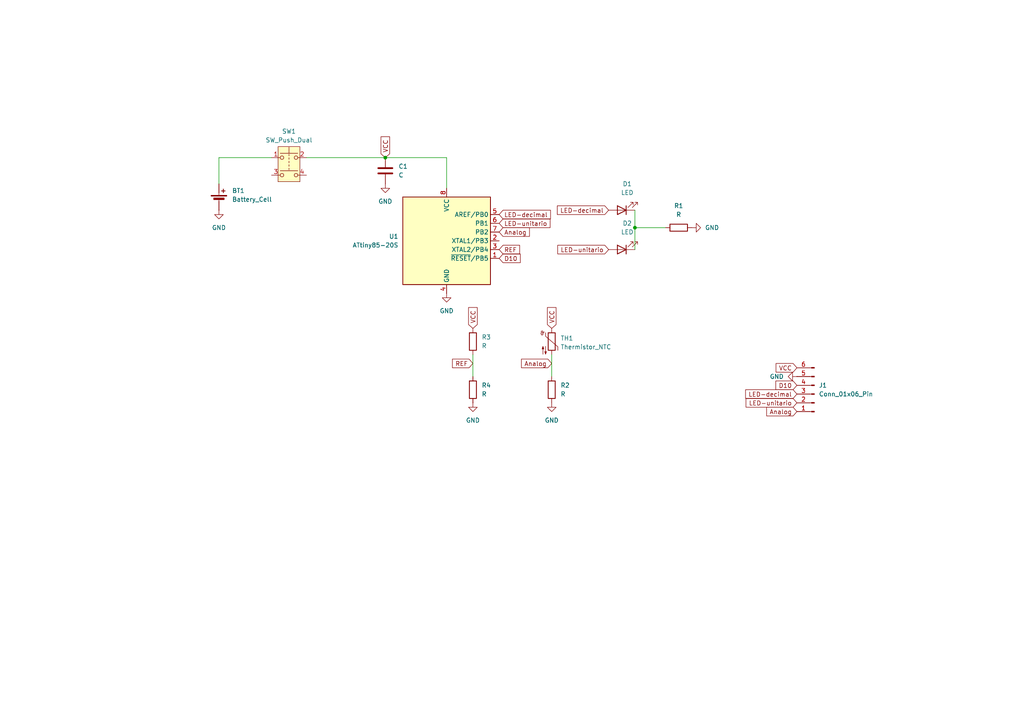
<source format=kicad_sch>
(kicad_sch (version 20231120) (generator "eeschema") (generator_version "8.0")
  (paper "A4")
  (lib_symbols
    (symbol "Connector:Conn_01x06_Pin" (pin_names (offset 1.016) hide)
      (property "Reference" "J" (at 0 7.62 0))
      (property "Value" "Conn_01x06_Pin" (at 0 -10.16 0))
      (symbol "Conn_01x06_Pin_1_1"
        (polyline (pts (xy 1.27 -7.62) (xy 0.8636 -7.62)) (stroke (width 0.1524)))
        (polyline (pts (xy 1.27 -5.08) (xy 0.8636 -5.08)) (stroke (width 0.1524)))
        (polyline (pts (xy 1.27 -2.54) (xy 0.8636 -2.54)) (stroke (width 0.1524)))
        (polyline (pts (xy 1.27 0) (xy 0.8636 0)) (stroke (width 0.1524)))
        (polyline (pts (xy 1.27 2.54) (xy 0.8636 2.54)) (stroke (width 0.1524)))
        (polyline (pts (xy 1.27 5.08) (xy 0.8636 5.08)) (stroke (width 0.1524)))
        (rectangle (start 0.8636 -7.493) (end 0 -7.747) (stroke (width 0.1524)) (fill (type outline)))
        (rectangle (start 0.8636 -4.953) (end 0 -5.207) (stroke (width 0.1524)) (fill (type outline)))
        (rectangle (start 0.8636 -2.413) (end 0 -2.667) (stroke (width 0.1524)) (fill (type outline)))
        (rectangle (start 0.8636 0.127) (end 0 -0.127) (stroke (width 0.1524)) (fill (type outline)))
        (rectangle (start 0.8636 2.667) (end 0 2.413) (stroke (width 0.1524)) (fill (type outline)))
        (rectangle (start 0.8636 5.207) (end 0 4.953) (stroke (width 0.1524)) (fill (type outline)))
        (pin passive line (at 5.08 5.08 180) (length 3.81) (name "Pin_1") (number "1"))
        (pin passive line (at 5.08 2.54 180) (length 3.81) (name "Pin_2") (number "2"))
        (pin passive line (at 5.08 0 180) (length 3.81) (name "Pin_3") (number "3"))
        (pin passive line (at 5.08 -2.54 180) (length 3.81) (name "Pin_4") (number "4"))
        (pin passive line (at 5.08 -5.08 180) (length 3.81) (name "Pin_5") (number "5"))
        (pin passive line (at 5.08 -7.62 180) (length 3.81) (name "Pin_6") (number "6"))
      )
    )
    (symbol "Device:Battery_Cell" (pin_numbers hide) (pin_names (offset 0) hide)
      (property "Reference" "BT" (at 2.54 2.54 0))
      (property "Value" "Battery_Cell" (at 2.54 0 0))
      (symbol "Battery_Cell_0_1"
        (rectangle (start -2.286 1.778) (end 2.286 1.524) (fill (type outline)))
        (rectangle (start -1.524 1.016) (end 1.524 0.508) (fill (type outline)))
        (polyline (pts (xy 0 0.762) (xy 0 0)))
        (polyline (pts (xy 0 1.778) (xy 0 2.54)))
        (polyline (pts (xy 0.762 3.048) (xy 1.778 3.048)) (stroke (width 0.254)))
        (polyline (pts (xy 1.27 3.556) (xy 1.27 2.54)) (stroke (width 0.254)))
      )
      (symbol "Battery_Cell_1_1"
        (pin passive line (at 0 5.08 270) (length 2.54) (name "+") (number "1"))
        (pin passive line (at 0 -2.54 90) (length 2.54) (name "-") (number "2"))
      )
    )
    (symbol "Device:C" (pin_numbers hide) (pin_names (offset 0.254))
      (property "Reference" "C" (at 0.635 2.54 0))
      (property "Value" "C" (at 0.635 -2.54 0))
      (symbol "C_0_1"
        (polyline (pts (xy -2.032 -0.762) (xy 2.032 -0.762)) (stroke (width 0.508)))
        (polyline (pts (xy -2.032 0.762) (xy 2.032 0.762)) (stroke (width 0.508)))
      )
      (symbol "C_1_1"
        (pin passive line (at 0 3.81 270) (length 2.794) (name "~") (number "1"))
        (pin passive line (at 0 -3.81 90) (length 2.794) (name "~") (number "2"))
      )
    )
    (symbol "Device:LED" (pin_numbers hide) (pin_names (offset 1.016) hide)
      (property "Reference" "D" (at 0 2.54 0))
      (property "Value" "LED" (at 0 -2.54 0))
      (symbol "LED_0_1"
        (polyline (pts (xy -1.27 -1.27) (xy -1.27 1.27)) (stroke (width 0.254)))
        (polyline (pts (xy -1.27 0) (xy 1.27 0)))
        (polyline (pts (xy 1.27 -1.27) (xy 1.27 1.27) (xy -1.27 0) (xy 1.27 -1.27)) (stroke (width 0.254)))
        (polyline (pts (xy -3.048 -0.762) (xy -4.572 -2.286) (xy -3.81 -2.286) (xy -4.572 -2.286) (xy -4.572 -1.524)))
        (polyline (pts (xy -1.778 -0.762) (xy -3.302 -2.286) (xy -2.54 -2.286) (xy -3.302 -2.286) (xy -3.302 -1.524)))
      )
      (symbol "LED_1_1"
        (pin passive line (at -3.81 0 0) (length 2.54) (name "K") (number "1"))
        (pin passive line (at 3.81 0 180) (length 2.54) (name "A") (number "2"))
      )
    )
    (symbol "Device:R" (pin_numbers hide) (pin_names (offset 0))
      (property "Reference" "R" (at 2.032 0 90))
      (property "Value" "R" (at 0 0 90))
      (symbol "R_0_1"
        (rectangle (start -1.016 -2.54) (end 1.016 2.54) (stroke (width 0.254)))
      )
      (symbol "R_1_1"
        (pin passive line (at 0 3.81 270) (length 1.27) (name "~") (number "1"))
        (pin passive line (at 0 -3.81 90) (length 1.27) (name "~") (number "2"))
      )
    )
    (symbol "Device:Thermistor_NTC" (pin_numbers hide) (pin_names (offset 0))
      (property "Reference" "TH" (at -4.445 0 90))
      (property "Value" "Thermistor_NTC" (at 3.175 0 90))
      (symbol "Thermistor_NTC_0_1"
        (arc (start -3.048 2.159) (mid -3.0495 2.3143) (end -3.175 2.413))
        (arc (start -3.048 2.159) (mid -2.9736 1.9794) (end -2.794 1.905))
        (arc (start -3.048 2.794) (mid -2.9736 2.6144) (end -2.794 2.54))
        (arc (start -2.794 1.905) (mid -2.6144 1.9794) (end -2.54 2.159))
        (arc (start -2.794 2.54) (mid -2.4393 2.5587) (end -2.159 2.794))
        (arc (start -2.794 3.048) (mid -2.9736 2.9736) (end -3.048 2.794))
        (arc (start -2.54 2.794) (mid -2.6144 2.9736) (end -2.794 3.048))
        (rectangle (start -1.016 2.54) (end 1.016 -2.54) (stroke (width 0.254)))
        (polyline (pts (xy -2.54 2.159) (xy -2.54 2.794)))
        (polyline (pts (xy -1.778 2.54) (xy -1.778 1.524) (xy 1.778 -1.524) (xy 1.778 -2.54)))
        (polyline (pts (xy -2.54 -3.683) (xy -2.54 -1.397) (xy -2.794 -2.159) (xy -2.286 -2.159) (xy -2.54 -1.397) (xy -2.54 -1.651)) (fill (type outline)))
        (polyline (pts (xy -1.778 -1.397) (xy -1.778 -3.683) (xy -2.032 -2.921) (xy -1.524 -2.921) (xy -1.778 -3.683) (xy -1.778 -3.429)) (fill (type outline)))
      )
      (symbol "Thermistor_NTC_1_1"
        (pin passive line (at 0 3.81 270) (length 1.27) (name "~") (number "1"))
        (pin passive line (at 0 -3.81 90) (length 1.27) (name "~") (number "2"))
      )
    )
    (symbol "MCU_Microchip_ATtiny:ATtiny85-20S"
      (property "Reference" "U" (at -12.7 13.97 0))
      (property "Value" "ATtiny85-20S" (at 2.54 -13.97 0))
      (symbol "ATtiny85-20S_0_1"
        (rectangle (start -12.7 -12.7) (end 12.7 12.7) (stroke (width 0.254)) (fill (type background)))
      )
      (symbol "ATtiny85-20S_1_1"
        (pin bidirectional line (at 15.24 -5.08 180) (length 2.54) (name "~{RESET}/PB5") (number "1"))
        (pin bidirectional line (at 15.24 0 180) (length 2.54) (name "XTAL1/PB3") (number "2"))
        (pin bidirectional line (at 15.24 -2.54 180) (length 2.54) (name "XTAL2/PB4") (number "3"))
        (pin power_in line (at 0 -15.24 90) (length 2.54) (name "GND") (number "4"))
        (pin bidirectional line (at 15.24 7.62 180) (length 2.54) (name "AREF/PB0") (number "5"))
        (pin bidirectional line (at 15.24 5.08 180) (length 2.54) (name "PB1") (number "6"))
        (pin bidirectional line (at 15.24 2.54 180) (length 2.54) (name "PB2") (number "7"))
        (pin power_in line (at 0 15.24 270) (length 2.54) (name "VCC") (number "8"))
      )
    )
    (symbol "Switch:SW_Push_Dual" (pin_names (offset 1.016) hide)
      (property "Reference" "SW" (at 0 7.62 0))
      (property "Value" "SW_Push_Dual" (at 0 -6.35 0))
      (symbol "SW_Push_Dual_0_1"
        (circle (center -2.032 -2.54) (radius 0.508))
        (circle (center -2.032 2.54) (radius 0.508))
        (polyline (pts (xy 0 -0.508) (xy 0 -1.016)))
        (polyline (pts (xy 0 0.508) (xy 0 0)))
        (polyline (pts (xy 0 1.016) (xy 0 1.524)))
        (polyline (pts (xy 0 2.032) (xy 0 2.54)))
        (polyline (pts (xy 0 3.048) (xy 0 3.556)))
        (polyline (pts (xy 0 3.81) (xy 0 5.588)))
        (polyline (pts (xy 2.54 -1.27) (xy -2.54 -1.27)))
        (polyline (pts (xy 2.54 3.81) (xy -2.54 3.81)))
        (circle (center 2.032 -2.54) (radius 0.508))
        (circle (center 2.032 2.54) (radius 0.508))
        (pin passive line (at -5.08 2.54 0) (length 2.54) (name "1") (number "1"))
        (pin passive line (at 5.08 2.54 180) (length 2.54) (name "2") (number "2"))
        (pin passive line (at -5.08 -2.54 0) (length 2.54) (name "3") (number "3"))
        (pin passive line (at 5.08 -2.54 180) (length 2.54) (name "4") (number "4"))
      )
      (symbol "SW_Push_Dual_1_1"
        (rectangle (start -3.175 5.715) (end 3.175 -4.445) (fill (type background)))
      )
    )
    (symbol "power:GND" (power) (pin_numbers hide) (pin_names (offset 0) hide)
      (property "Value" "GND" (at 0 -3.81 0))
      (symbol "GND_0_1"
        (polyline (pts (xy 0 0) (xy 0 -1.27) (xy 1.27 -1.27) (xy 0 -2.54) (xy -1.27 -1.27) (xy 0 -1.27)))
      )
      (symbol "GND_1_1"
        (pin power_in line (at 0 0 270) (length 0) (name "~") (number "1"))
      )
    )
  )
  (junction (at 184.15 66.04))
  (junction (at 111.76 45.72))
  (wire (pts (xy 111.76 45.72) (xy 129.54 45.72)))
  (wire (pts (xy 160.02 102.87) (xy 160.02 109.22)))
  (wire (pts (xy 88.9 45.72) (xy 111.76 45.72)))
  (wire (pts (xy 63.5 45.72) (xy 63.5 53.34)))
  (wire (pts (xy 137.16 102.87) (xy 137.16 109.22)))
  (wire (pts (xy 184.15 66.04) (xy 184.15 72.39)))
  (wire (pts (xy 184.15 60.96) (xy 184.15 66.04)))
  (wire (pts (xy 129.54 45.72) (xy 129.54 54.61)))
  (wire (pts (xy 78.74 45.72) (xy 63.5 45.72)))
  (wire (pts (xy 184.15 66.04) (xy 193.04 66.04)))
  (global_label "REF" (shape input) (at 144.78 72.39 0) (property "Intersheetrefs" "${INTERSHEET_REFS}" (effects (hide yes))))
  (global_label "LED-decimal" (shape input) (at 176.53 60.96 180) (property "Intersheetrefs" "${INTERSHEET_REFS}" (effects (hide yes))))
  (global_label "Analog" (shape input) (at 160.02 105.41 180) (property "Intersheetrefs" "${INTERSHEET_REFS}" (effects (hide yes))))
  (global_label "LED-unitario" (shape input) (at 176.53 72.39 180) (property "Intersheetrefs" "${INTERSHEET_REFS}" (effects (hide yes))))
  (global_label "VCC" (shape input) (at 137.16 95.25 90) (property "Intersheetrefs" "${INTERSHEET_REFS}" (effects (hide yes))))
  (global_label "VCC" (shape input) (at 111.76 45.72 90) (property "Intersheetrefs" "${INTERSHEET_REFS}" (effects (hide yes))))
  (global_label "LED-unitario" (shape input) (at 144.78 64.77 0) (property "Intersheetrefs" "${INTERSHEET_REFS}" (effects (hide yes))))
  (global_label "LED-decimal" (shape input) (at 231.14 114.3 180) (property "Intersheetrefs" "${INTERSHEET_REFS}" (effects (hide yes))))
  (global_label "VCC" (shape input) (at 160.02 95.25 90) (property "Intersheetrefs" "${INTERSHEET_REFS}" (effects (hide yes))))
  (global_label "LED-decimal" (shape input) (at 144.78 62.23 0) (property "Intersheetrefs" "${INTERSHEET_REFS}" (effects (hide yes))))
  (global_label "Analog" (shape input) (at 144.78 67.31 0) (property "Intersheetrefs" "${INTERSHEET_REFS}" (effects (hide yes))))
  (global_label "REF" (shape input) (at 137.16 105.41 180) (property "Intersheetrefs" "${INTERSHEET_REFS}" (effects (hide yes))))
  (global_label "VCC" (shape input) (at 231.14 106.68 180) (property "Intersheetrefs" "${INTERSHEET_REFS}" (effects (hide yes))))
  (global_label "Analog" (shape input) (at 231.14 119.38 180) (property "Intersheetrefs" "${INTERSHEET_REFS}" (effects (hide yes))))
  (global_label "D10" (shape input) (at 231.14 111.76 180) (property "Intersheetrefs" "${INTERSHEET_REFS}" (effects (hide yes))))
  (global_label "LED-unitario" (shape input) (at 231.14 116.84 180) (property "Intersheetrefs" "${INTERSHEET_REFS}" (effects (hide yes))))
  (global_label "D10" (shape input) (at 144.78 74.93 0) (property "Intersheetrefs" "${INTERSHEET_REFS}" (effects (hide yes))))
  (symbol (lib_id "Connector:Conn_01x06_Pin") (at 236.22 114.3 180) (unit 1)
    (property "Reference" "J1" (at 237.49 111.7599 0) (effects (justify right)))
    (property "Value" "Conn_01x06_Pin" (at 237.49 114.2999 0) (effects (justify right)))
    (property "Footprint" "Connector_PinHeader_2.54mm:PinHeader_1x06_P2.54mm_Vertical" (effects (hide yes)))
    (property "Description" "Generic connector, single row, 01x06, script generated" (effects (hide yes)))
  )
  (symbol (lib_id "power:GND") (at 63.5 60.96 0) (unit 1)
    (property "Reference" "#PWR01" (effects (hide yes)))
    (property "Value" "GND" (at 63.5 66.04 0))
    (property "Description" "Power symbol creates a global label with name \"GND\" , ground" (effects (hide yes)))
  )
  (symbol (lib_id "Device:LED") (at 180.34 60.96 180) (unit 1)
    (property "Reference" "D1" (at 181.9275 53.34 0))
    (property "Value" "LED" (at 181.9275 55.88 0))
    (property "Footprint" "LED_SMD:LED_0805_2012Metric" (effects (hide yes)))
    (property "Description" "Light emitting diode" (effects (hide yes)))
  )
  (symbol (lib_id "power:GND") (at 111.76 53.34 0) (unit 1)
    (property "Reference" "#PWR02" (effects (hide yes)))
    (property "Value" "GND" (at 111.76 58.42 0))
    (property "Description" "Power symbol creates a global label with name \"GND\" , ground" (effects (hide yes)))
  )
  (symbol (lib_id "power:GND") (at 160.02 116.84 0) (unit 1)
    (property "Reference" "#PWR06" (effects (hide yes)))
    (property "Value" "GND" (at 160.02 121.92 0))
    (property "Description" "Power symbol creates a global label with name \"GND\" , ground" (effects (hide yes)))
  )
  (symbol (lib_id "MCU_Microchip_ATtiny:ATtiny85-20S") (at 129.54 69.85 0) (unit 1)
    (property "Reference" "U1" (at 115.57 68.5799 0) (effects (justify right)))
    (property "Value" "ATtiny85-20S" (at 115.57 71.1199 0) (effects (justify right)))
    (property "Footprint" "Package_SO:SOIC-8W_5.3x5.3mm_P1.27mm" (effects (hide yes)))
    (property "Datasheet" "http://ww1.microchip.com/downloads/en/DeviceDoc/atmel-2586-avr-8-bit-microcontroller-attiny25-attiny45-attiny85_datasheet.pdf" (effects (hide yes)))
    (property "Description" "20MHz, 8kB Flash, 512B SRAM, 512B EEPROM, debugWIRE, SOIC-8W" (effects (hide yes)))
  )
  (symbol (lib_id "Device:R") (at 160.02 113.03 180) (unit 1)
    (property "Reference" "R2" (at 162.56 111.7599 0) (effects (justify right)))
    (property "Value" "R" (at 162.56 114.2999 0) (effects (justify right)))
    (property "Footprint" "Resistor_SMD:R_0805_2012Metric" (effects (hide yes)))
    (property "Description" "Resistor" (effects (hide yes)))
  )
  (symbol (lib_id "Device:Thermistor_NTC") (at 160.02 99.06 0) (unit 1)
    (property "Reference" "TH1" (at 162.56 98.1074 0) (effects (justify left)))
    (property "Value" "Thermistor_NTC" (at 162.56 100.6474 0) (effects (justify left)))
    (property "Footprint" "Resistor_SMD:R_0805_2012Metric" (effects (hide yes)))
    (property "Description" "Temperature dependent resistor, negative temperature coefficient" (effects (hide yes)))
  )
  (symbol (lib_id "power:GND") (at 231.14 109.22 270) (unit 1)
    (property "Reference" "#PWR05" (effects (hide yes)))
    (property "Value" "GND" (at 227.33 109.2199 90) (effects (justify right)))
    (property "Description" "Power symbol creates a global label with name \"GND\" , ground" (effects (hide yes)))
  )
  (symbol (lib_id "power:GND") (at 200.66 66.04 90) (unit 1)
    (property "Reference" "#PWR04" (effects (hide yes)))
    (property "Value" "GND" (at 204.47 66.0399 90) (effects (justify right)))
    (property "Description" "Power symbol creates a global label with name \"GND\" , ground" (effects (hide yes)))
  )
  (symbol (lib_id "power:GND") (at 129.54 85.09 0) (unit 1)
    (property "Reference" "#PWR03" (effects (hide yes)))
    (property "Value" "GND" (at 129.54 90.17 0))
    (property "Description" "Power symbol creates a global label with name \"GND\" , ground" (effects (hide yes)))
  )
  (symbol (lib_id "Device:R") (at 196.85 66.04 90) (unit 1)
    (property "Reference" "R1" (at 196.85 59.69 90))
    (property "Value" "R" (at 196.85 62.23 90))
    (property "Footprint" "Resistor_SMD:R_0805_2012Metric" (effects (hide yes)))
    (property "Description" "Resistor" (effects (hide yes)))
  )
  (symbol (lib_id "Device:R") (at 137.16 113.03 180) (unit 1)
    (property "Reference" "R4" (at 139.7 111.7599 0) (effects (justify right)))
    (property "Value" "R" (at 139.7 114.2999 0) (effects (justify right)))
    (property "Footprint" "Resistor_SMD:R_0805_2012Metric" (effects (hide yes)))
    (property "Description" "Resistor" (effects (hide yes)))
  )
  (symbol (lib_id "Device:Battery_Cell") (at 63.5 58.42 0) (unit 1)
    (property "Reference" "BT1" (at 67.31 55.3084 0) (effects (justify left)))
    (property "Value" "Battery_Cell" (at 67.31 57.8484 0) (effects (justify left)))
    (property "Footprint" "Battery:BatteryHolder_Multicomp_BC-2001_1x2032" (effects (hide yes)))
    (property "Description" "Single-cell battery" (effects (hide yes)))
  )
  (symbol (lib_id "Device:C") (at 111.76 49.53 0) (unit 1)
    (property "Reference" "C1" (at 115.57 48.2599 0) (effects (justify left)))
    (property "Value" "C" (at 115.57 50.7999 0) (effects (justify left)))
    (property "Footprint" "Capacitor_SMD:C_0805_2012Metric" (effects (hide yes)))
    (property "Description" "Unpolarized capacitor" (effects (hide yes)))
  )
  (symbol (lib_id "Device:LED") (at 180.34 72.39 180) (unit 1)
    (property "Reference" "D2" (at 181.9275 64.77 0))
    (property "Value" "LED" (at 181.9275 67.31 0))
    (property "Footprint" "LED_SMD:LED_0805_2012Metric" (effects (hide yes)))
    (property "Description" "Light emitting diode" (effects (hide yes)))
  )
  (symbol (lib_id "power:GND") (at 137.16 116.84 0) (unit 1)
    (property "Reference" "#PWR07" (effects (hide yes)))
    (property "Value" "GND" (at 137.16 121.92 0))
    (property "Description" "Power symbol creates a global label with name \"GND\" , ground" (effects (hide yes)))
  )
  (symbol (lib_id "Switch:SW_Push_Dual") (at 83.82 48.26 0) (unit 1)
    (property "Reference" "SW1" (at 83.82 38.1 0))
    (property "Value" "SW_Push_Dual" (at 83.82 40.64 0))
    (property "Footprint" "Button_Switch_SMD:SW_SPST_PTS810" (effects (hide yes)))
    (property "Description" "Push button switch, generic, symbol, four pins" (effects (hide yes)))
  )
  (symbol (lib_id "Device:R") (at 137.16 99.06 180) (unit 1)
    (property "Reference" "R3" (at 139.7 97.7899 0) (effects (justify right)))
    (property "Value" "R" (at 139.7 100.3299 0) (effects (justify right)))
    (property "Footprint" "Resistor_SMD:R_0805_2012Metric" (effects (hide yes)))
    (property "Description" "Resistor" (effects (hide yes)))
  )
)
</source>
